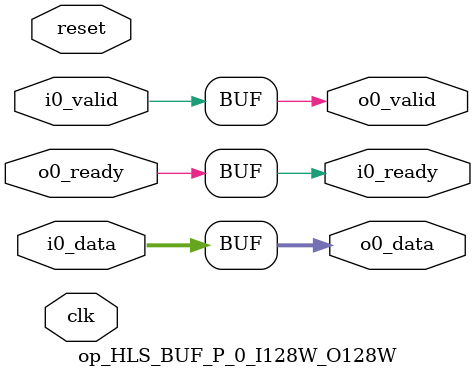
<source format=sv>
module op_HLS_BUF_P_0_I128W_O128W(	// git/chisel-template/src/main/scala/hls_float/hls_float.scala:521:7
  output         i0_ready,	// git/chisel-template/src/main/scala/hls_float/hls_float.scala:524:14
  input          i0_valid,	// git/chisel-template/src/main/scala/hls_float/hls_float.scala:524:14
  input  [127:0] i0_data,	// git/chisel-template/src/main/scala/hls_float/hls_float.scala:524:14
  input          o0_ready,	// git/chisel-template/src/main/scala/hls_float/hls_float.scala:525:14
  output         o0_valid,	// git/chisel-template/src/main/scala/hls_float/hls_float.scala:525:14
  output [127:0] o0_data,	// git/chisel-template/src/main/scala/hls_float/hls_float.scala:525:14
  input          clk,	// git/chisel-template/src/main/scala/hls_float/hls_float.scala:526:15
                 reset	// git/chisel-template/src/main/scala/hls_float/hls_float.scala:527:17
);

  assign i0_ready = o0_ready;	// git/chisel-template/src/main/scala/hls_float/hls_float.scala:521:7
  assign o0_valid = i0_valid;	// git/chisel-template/src/main/scala/hls_float/hls_float.scala:521:7
  assign o0_data = i0_data;	// git/chisel-template/src/main/scala/hls_float/hls_float.scala:521:7
endmodule



</source>
